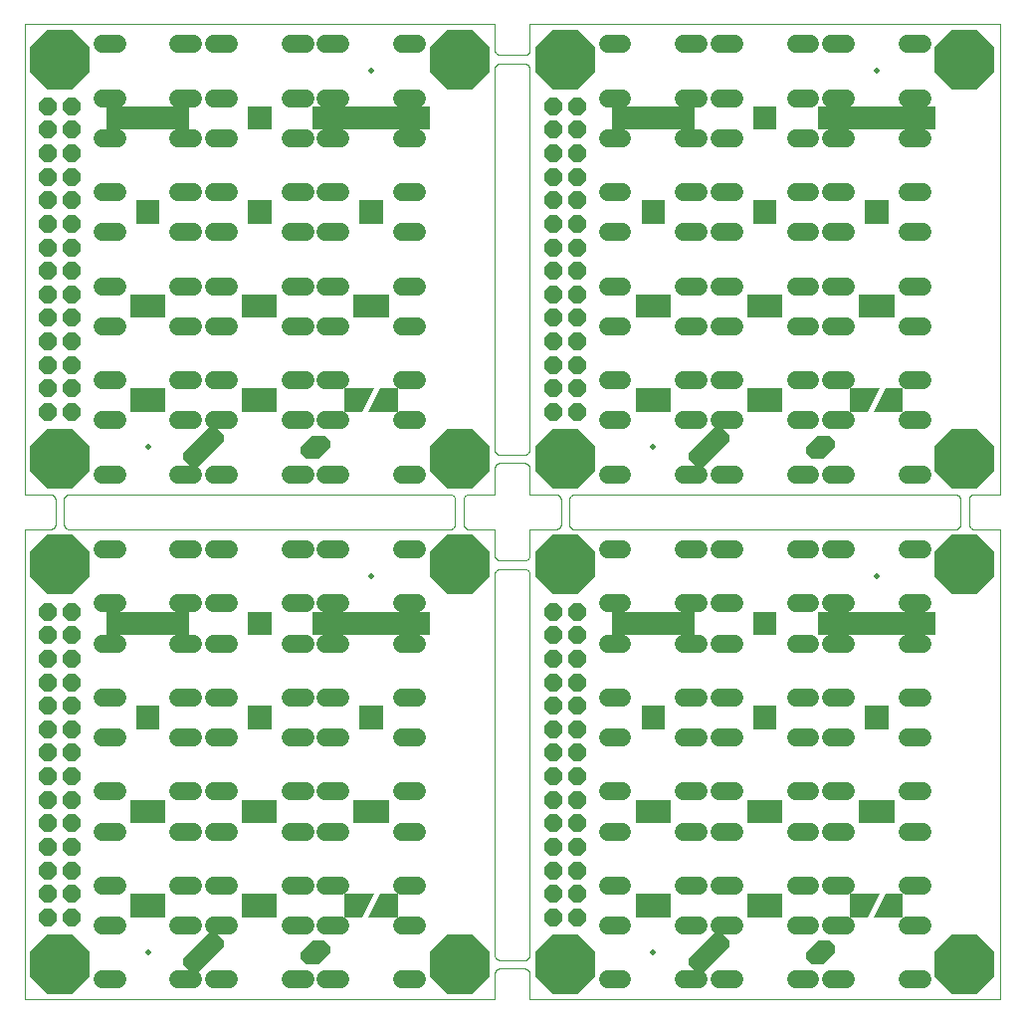
<source format=gts>
G04 EAGLE Gerber RS-274X export*
G75*
%MOMM*%
%FSLAX34Y34*%
%LPD*%
%AMOC8*
5,1,8,0,0,1.08239X$1,22.5*%
G01*
%ADD10C,0.000000*%
%ADD11C,1.540000*%
%ADD12C,0.500000*%
%ADD13P,1.558642X8X112.500000*%
%ADD14P,5.563485X8X22.500000*%

G36*
X775005Y739999D02*
X775005Y739999D01*
X775005Y740000D01*
X775005Y760000D01*
X775001Y760005D01*
X775000Y760005D01*
X675000Y760005D01*
X674995Y760001D01*
X674995Y760000D01*
X674995Y740000D01*
X674999Y739995D01*
X675000Y739995D01*
X775000Y739995D01*
X775005Y739999D01*
G37*
G36*
X345005Y739999D02*
X345005Y739999D01*
X345005Y740000D01*
X345005Y760000D01*
X345001Y760005D01*
X345000Y760005D01*
X245000Y760005D01*
X244995Y760001D01*
X244995Y760000D01*
X244995Y740000D01*
X244999Y739995D01*
X245000Y739995D01*
X345000Y739995D01*
X345005Y739999D01*
G37*
G36*
X345005Y309999D02*
X345005Y309999D01*
X345005Y310000D01*
X345005Y330000D01*
X345001Y330005D01*
X345000Y330005D01*
X245000Y330005D01*
X244995Y330001D01*
X244995Y330000D01*
X244995Y310000D01*
X244999Y309995D01*
X245000Y309995D01*
X345000Y309995D01*
X345005Y309999D01*
G37*
G36*
X775005Y309999D02*
X775005Y309999D01*
X775005Y310000D01*
X775005Y330000D01*
X775001Y330005D01*
X775000Y330005D01*
X675000Y330005D01*
X674995Y330001D01*
X674995Y330000D01*
X674995Y310000D01*
X674999Y309995D01*
X675000Y309995D01*
X775000Y309995D01*
X775005Y309999D01*
G37*
G36*
X570005Y739999D02*
X570005Y739999D01*
X570005Y740000D01*
X570005Y760000D01*
X570001Y760005D01*
X570000Y760005D01*
X500000Y760005D01*
X499995Y760001D01*
X499995Y760000D01*
X499995Y740000D01*
X499999Y739995D01*
X500000Y739995D01*
X570000Y739995D01*
X570005Y739999D01*
G37*
G36*
X570005Y309999D02*
X570005Y309999D01*
X570005Y310000D01*
X570005Y330000D01*
X570001Y330005D01*
X570000Y330005D01*
X500000Y330005D01*
X499995Y330001D01*
X499995Y330000D01*
X499995Y310000D01*
X499999Y309995D01*
X500000Y309995D01*
X570000Y309995D01*
X570005Y309999D01*
G37*
G36*
X140005Y739999D02*
X140005Y739999D01*
X140005Y740000D01*
X140005Y760000D01*
X140001Y760005D01*
X140000Y760005D01*
X70000Y760005D01*
X69995Y760001D01*
X69995Y760000D01*
X69995Y740000D01*
X69999Y739995D01*
X70000Y739995D01*
X140000Y739995D01*
X140005Y739999D01*
G37*
G36*
X140005Y309999D02*
X140005Y309999D01*
X140005Y310000D01*
X140005Y330000D01*
X140001Y330005D01*
X140000Y330005D01*
X70000Y330005D01*
X69995Y330001D01*
X69995Y330000D01*
X69995Y310000D01*
X69999Y309995D01*
X70000Y309995D01*
X140000Y309995D01*
X140005Y309999D01*
G37*
G36*
X147002Y21997D02*
X147002Y21997D01*
X147004Y21996D01*
X170004Y44996D01*
X170004Y44999D01*
X170005Y45000D01*
X170005Y50000D01*
X170003Y50002D01*
X170004Y50004D01*
X162004Y58004D01*
X162001Y58004D01*
X162000Y58005D01*
X158000Y58005D01*
X157998Y58003D01*
X157996Y58004D01*
X134996Y35004D01*
X134996Y35001D01*
X134995Y35000D01*
X134995Y30000D01*
X134997Y29998D01*
X134996Y29996D01*
X142996Y21996D01*
X142999Y21996D01*
X143000Y21995D01*
X147000Y21995D01*
X147002Y21997D01*
G37*
G36*
X577002Y21997D02*
X577002Y21997D01*
X577004Y21996D01*
X600004Y44996D01*
X600004Y44999D01*
X600005Y45000D01*
X600005Y50000D01*
X600003Y50002D01*
X600004Y50004D01*
X592004Y58004D01*
X592001Y58004D01*
X592000Y58005D01*
X588000Y58005D01*
X587998Y58003D01*
X587996Y58004D01*
X564996Y35004D01*
X564996Y35001D01*
X564995Y35000D01*
X564995Y30000D01*
X564997Y29998D01*
X564996Y29996D01*
X572996Y21996D01*
X572999Y21996D01*
X573000Y21995D01*
X577000Y21995D01*
X577002Y21997D01*
G37*
G36*
X147002Y451997D02*
X147002Y451997D01*
X147004Y451996D01*
X170004Y474996D01*
X170004Y474999D01*
X170005Y475000D01*
X170005Y480000D01*
X170003Y480002D01*
X170004Y480004D01*
X162004Y488004D01*
X162001Y488004D01*
X162000Y488005D01*
X158000Y488005D01*
X157998Y488003D01*
X157996Y488004D01*
X134996Y465004D01*
X134996Y465001D01*
X134995Y465000D01*
X134995Y460000D01*
X134997Y459998D01*
X134996Y459996D01*
X142996Y451996D01*
X142999Y451996D01*
X143000Y451995D01*
X147000Y451995D01*
X147002Y451997D01*
G37*
G36*
X577002Y451997D02*
X577002Y451997D01*
X577004Y451996D01*
X600004Y474996D01*
X600004Y474999D01*
X600005Y475000D01*
X600005Y480000D01*
X600003Y480002D01*
X600004Y480004D01*
X592004Y488004D01*
X592001Y488004D01*
X592000Y488005D01*
X588000Y488005D01*
X587998Y488003D01*
X587996Y488004D01*
X564996Y465004D01*
X564996Y465001D01*
X564995Y465000D01*
X564995Y460000D01*
X564997Y459998D01*
X564996Y459996D01*
X572996Y451996D01*
X572999Y451996D01*
X573000Y451995D01*
X577000Y451995D01*
X577002Y451997D01*
G37*
G36*
X550005Y499999D02*
X550005Y499999D01*
X550005Y500000D01*
X550005Y520000D01*
X550001Y520005D01*
X550000Y520005D01*
X520000Y520005D01*
X519995Y520001D01*
X519995Y520000D01*
X519995Y500000D01*
X519999Y499995D01*
X520000Y499995D01*
X550000Y499995D01*
X550005Y499999D01*
G37*
G36*
X550005Y579999D02*
X550005Y579999D01*
X550005Y580000D01*
X550005Y600000D01*
X550001Y600005D01*
X550000Y600005D01*
X520000Y600005D01*
X519995Y600001D01*
X519995Y600000D01*
X519995Y580000D01*
X519999Y579995D01*
X520000Y579995D01*
X550000Y579995D01*
X550005Y579999D01*
G37*
G36*
X120005Y579999D02*
X120005Y579999D01*
X120005Y580000D01*
X120005Y600000D01*
X120001Y600005D01*
X120000Y600005D01*
X90000Y600005D01*
X89995Y600001D01*
X89995Y600000D01*
X89995Y580000D01*
X89999Y579995D01*
X90000Y579995D01*
X120000Y579995D01*
X120005Y579999D01*
G37*
G36*
X645005Y579999D02*
X645005Y579999D01*
X645005Y580000D01*
X645005Y600000D01*
X645001Y600005D01*
X645000Y600005D01*
X615000Y600005D01*
X614995Y600001D01*
X614995Y600000D01*
X614995Y580000D01*
X614999Y579995D01*
X615000Y579995D01*
X645000Y579995D01*
X645005Y579999D01*
G37*
G36*
X740005Y579999D02*
X740005Y579999D01*
X740005Y580000D01*
X740005Y600000D01*
X740001Y600005D01*
X740000Y600005D01*
X710000Y600005D01*
X709995Y600001D01*
X709995Y600000D01*
X709995Y580000D01*
X709999Y579995D01*
X710000Y579995D01*
X740000Y579995D01*
X740005Y579999D01*
G37*
G36*
X310005Y579999D02*
X310005Y579999D01*
X310005Y580000D01*
X310005Y600000D01*
X310001Y600005D01*
X310000Y600005D01*
X280000Y600005D01*
X279995Y600001D01*
X279995Y600000D01*
X279995Y580000D01*
X279999Y579995D01*
X280000Y579995D01*
X310000Y579995D01*
X310005Y579999D01*
G37*
G36*
X120005Y499999D02*
X120005Y499999D01*
X120005Y500000D01*
X120005Y520000D01*
X120001Y520005D01*
X120000Y520005D01*
X90000Y520005D01*
X89995Y520001D01*
X89995Y520000D01*
X89995Y500000D01*
X89999Y499995D01*
X90000Y499995D01*
X120000Y499995D01*
X120005Y499999D01*
G37*
G36*
X645005Y499999D02*
X645005Y499999D01*
X645005Y500000D01*
X645005Y520000D01*
X645001Y520005D01*
X645000Y520005D01*
X615000Y520005D01*
X614995Y520001D01*
X614995Y520000D01*
X614995Y500000D01*
X614999Y499995D01*
X615000Y499995D01*
X645000Y499995D01*
X645005Y499999D01*
G37*
G36*
X215005Y579999D02*
X215005Y579999D01*
X215005Y580000D01*
X215005Y600000D01*
X215001Y600005D01*
X215000Y600005D01*
X185000Y600005D01*
X184995Y600001D01*
X184995Y600000D01*
X184995Y580000D01*
X184999Y579995D01*
X185000Y579995D01*
X215000Y579995D01*
X215005Y579999D01*
G37*
G36*
X740005Y149999D02*
X740005Y149999D01*
X740005Y150000D01*
X740005Y170000D01*
X740001Y170005D01*
X740000Y170005D01*
X710000Y170005D01*
X709995Y170001D01*
X709995Y170000D01*
X709995Y150000D01*
X709999Y149995D01*
X710000Y149995D01*
X740000Y149995D01*
X740005Y149999D01*
G37*
G36*
X120005Y149999D02*
X120005Y149999D01*
X120005Y150000D01*
X120005Y170000D01*
X120001Y170005D01*
X120000Y170005D01*
X90000Y170005D01*
X89995Y170001D01*
X89995Y170000D01*
X89995Y150000D01*
X89999Y149995D01*
X90000Y149995D01*
X120000Y149995D01*
X120005Y149999D01*
G37*
G36*
X310005Y149999D02*
X310005Y149999D01*
X310005Y150000D01*
X310005Y170000D01*
X310001Y170005D01*
X310000Y170005D01*
X280000Y170005D01*
X279995Y170001D01*
X279995Y170000D01*
X279995Y150000D01*
X279999Y149995D01*
X280000Y149995D01*
X310000Y149995D01*
X310005Y149999D01*
G37*
G36*
X215005Y149999D02*
X215005Y149999D01*
X215005Y150000D01*
X215005Y170000D01*
X215001Y170005D01*
X215000Y170005D01*
X185000Y170005D01*
X184995Y170001D01*
X184995Y170000D01*
X184995Y150000D01*
X184999Y149995D01*
X185000Y149995D01*
X215000Y149995D01*
X215005Y149999D01*
G37*
G36*
X645005Y149999D02*
X645005Y149999D01*
X645005Y150000D01*
X645005Y170000D01*
X645001Y170005D01*
X645000Y170005D01*
X615000Y170005D01*
X614995Y170001D01*
X614995Y170000D01*
X614995Y150000D01*
X614999Y149995D01*
X615000Y149995D01*
X645000Y149995D01*
X645005Y149999D01*
G37*
G36*
X550005Y149999D02*
X550005Y149999D01*
X550005Y150000D01*
X550005Y170000D01*
X550001Y170005D01*
X550000Y170005D01*
X520000Y170005D01*
X519995Y170001D01*
X519995Y170000D01*
X519995Y150000D01*
X519999Y149995D01*
X520000Y149995D01*
X550000Y149995D01*
X550005Y149999D01*
G37*
G36*
X120005Y69999D02*
X120005Y69999D01*
X120005Y70000D01*
X120005Y90000D01*
X120001Y90005D01*
X120000Y90005D01*
X90000Y90005D01*
X89995Y90001D01*
X89995Y90000D01*
X89995Y70000D01*
X89999Y69995D01*
X90000Y69995D01*
X120000Y69995D01*
X120005Y69999D01*
G37*
G36*
X550005Y69999D02*
X550005Y69999D01*
X550005Y70000D01*
X550005Y90000D01*
X550001Y90005D01*
X550000Y90005D01*
X520000Y90005D01*
X519995Y90001D01*
X519995Y90000D01*
X519995Y70000D01*
X519999Y69995D01*
X520000Y69995D01*
X550000Y69995D01*
X550005Y69999D01*
G37*
G36*
X215005Y69999D02*
X215005Y69999D01*
X215005Y70000D01*
X215005Y90000D01*
X215001Y90005D01*
X215000Y90005D01*
X185000Y90005D01*
X184995Y90001D01*
X184995Y90000D01*
X184995Y70000D01*
X184999Y69995D01*
X185000Y69995D01*
X215000Y69995D01*
X215005Y69999D01*
G37*
G36*
X645005Y69999D02*
X645005Y69999D01*
X645005Y70000D01*
X645005Y90000D01*
X645001Y90005D01*
X645000Y90005D01*
X615000Y90005D01*
X614995Y90001D01*
X614995Y90000D01*
X614995Y70000D01*
X614999Y69995D01*
X615000Y69995D01*
X645000Y69995D01*
X645005Y69999D01*
G37*
G36*
X215005Y499999D02*
X215005Y499999D01*
X215005Y500000D01*
X215005Y520000D01*
X215001Y520005D01*
X215000Y520005D01*
X185000Y520005D01*
X184995Y520001D01*
X184995Y520000D01*
X184995Y500000D01*
X184999Y499995D01*
X185000Y499995D01*
X215000Y499995D01*
X215005Y499999D01*
G37*
G36*
X317505Y69999D02*
X317505Y69999D01*
X317505Y70000D01*
X317505Y90000D01*
X317501Y90005D01*
X317500Y90005D01*
X302500Y90005D01*
X302497Y90003D01*
X302496Y90002D01*
X292496Y70002D01*
X292496Y70001D01*
X292495Y70001D01*
X292496Y69999D01*
X292497Y69996D01*
X292499Y69996D01*
X292500Y69995D01*
X317500Y69995D01*
X317505Y69999D01*
G37*
G36*
X747505Y69999D02*
X747505Y69999D01*
X747505Y70000D01*
X747505Y90000D01*
X747501Y90005D01*
X747500Y90005D01*
X732500Y90005D01*
X732497Y90003D01*
X732496Y90002D01*
X722496Y70002D01*
X722496Y70001D01*
X722495Y70001D01*
X722496Y69999D01*
X722497Y69996D01*
X722499Y69996D01*
X722500Y69995D01*
X747500Y69995D01*
X747505Y69999D01*
G37*
G36*
X747505Y499999D02*
X747505Y499999D01*
X747505Y500000D01*
X747505Y520000D01*
X747501Y520005D01*
X747500Y520005D01*
X732500Y520005D01*
X732497Y520003D01*
X732496Y520002D01*
X722496Y500002D01*
X722496Y500001D01*
X722495Y500001D01*
X722496Y499999D01*
X722497Y499996D01*
X722499Y499996D01*
X722500Y499995D01*
X747500Y499995D01*
X747505Y499999D01*
G37*
G36*
X317505Y499999D02*
X317505Y499999D01*
X317505Y500000D01*
X317505Y520000D01*
X317501Y520005D01*
X317500Y520005D01*
X302500Y520005D01*
X302497Y520003D01*
X302496Y520002D01*
X292496Y500002D01*
X292496Y500001D01*
X292495Y500001D01*
X292496Y499999D01*
X292497Y499996D01*
X292499Y499996D01*
X292500Y499995D01*
X317500Y499995D01*
X317505Y499999D01*
G37*
G36*
X287503Y69997D02*
X287503Y69997D01*
X287504Y69998D01*
X297504Y89998D01*
X297505Y89999D01*
X297504Y89999D01*
X297505Y89999D01*
X297504Y90001D01*
X297503Y90004D01*
X297501Y90004D01*
X297500Y90005D01*
X272500Y90005D01*
X272495Y90001D01*
X272495Y90000D01*
X272495Y70000D01*
X272499Y69995D01*
X272500Y69995D01*
X287500Y69995D01*
X287503Y69997D01*
G37*
G36*
X287503Y499997D02*
X287503Y499997D01*
X287504Y499998D01*
X297504Y519998D01*
X297505Y519999D01*
X297504Y519999D01*
X297505Y519999D01*
X297504Y520001D01*
X297503Y520004D01*
X297501Y520004D01*
X297500Y520005D01*
X272500Y520005D01*
X272495Y520001D01*
X272495Y520000D01*
X272495Y500000D01*
X272499Y499995D01*
X272500Y499995D01*
X287500Y499995D01*
X287503Y499997D01*
G37*
G36*
X717503Y69997D02*
X717503Y69997D01*
X717504Y69998D01*
X727504Y89998D01*
X727505Y89999D01*
X727504Y89999D01*
X727505Y89999D01*
X727504Y90001D01*
X727503Y90004D01*
X727501Y90004D01*
X727500Y90005D01*
X702500Y90005D01*
X702495Y90001D01*
X702495Y90000D01*
X702495Y70000D01*
X702499Y69995D01*
X702500Y69995D01*
X717500Y69995D01*
X717503Y69997D01*
G37*
G36*
X717503Y499997D02*
X717503Y499997D01*
X717504Y499998D01*
X727504Y519998D01*
X727505Y519999D01*
X727504Y519999D01*
X727505Y519999D01*
X727504Y520001D01*
X727503Y520004D01*
X727501Y520004D01*
X727500Y520005D01*
X702500Y520005D01*
X702495Y520001D01*
X702495Y520000D01*
X702495Y500000D01*
X702499Y499995D01*
X702500Y499995D01*
X717500Y499995D01*
X717503Y499997D01*
G37*
G36*
X735005Y659999D02*
X735005Y659999D01*
X735005Y660000D01*
X735005Y680000D01*
X735001Y680005D01*
X735000Y680005D01*
X715000Y680005D01*
X714995Y680001D01*
X714995Y680000D01*
X714995Y660000D01*
X714999Y659995D01*
X715000Y659995D01*
X735000Y659995D01*
X735005Y659999D01*
G37*
G36*
X115005Y659999D02*
X115005Y659999D01*
X115005Y660000D01*
X115005Y680000D01*
X115001Y680005D01*
X115000Y680005D01*
X95000Y680005D01*
X94995Y680001D01*
X94995Y680000D01*
X94995Y660000D01*
X94999Y659995D01*
X95000Y659995D01*
X115000Y659995D01*
X115005Y659999D01*
G37*
G36*
X305005Y659999D02*
X305005Y659999D01*
X305005Y660000D01*
X305005Y680000D01*
X305001Y680005D01*
X305000Y680005D01*
X285000Y680005D01*
X284995Y680001D01*
X284995Y680000D01*
X284995Y660000D01*
X284999Y659995D01*
X285000Y659995D01*
X305000Y659995D01*
X305005Y659999D01*
G37*
G36*
X640005Y659999D02*
X640005Y659999D01*
X640005Y660000D01*
X640005Y680000D01*
X640001Y680005D01*
X640000Y680005D01*
X620000Y680005D01*
X619995Y680001D01*
X619995Y680000D01*
X619995Y660000D01*
X619999Y659995D01*
X620000Y659995D01*
X640000Y659995D01*
X640005Y659999D01*
G37*
G36*
X545005Y659999D02*
X545005Y659999D01*
X545005Y660000D01*
X545005Y680000D01*
X545001Y680005D01*
X545000Y680005D01*
X525000Y680005D01*
X524995Y680001D01*
X524995Y680000D01*
X524995Y660000D01*
X524999Y659995D01*
X525000Y659995D01*
X545000Y659995D01*
X545005Y659999D01*
G37*
G36*
X640005Y739999D02*
X640005Y739999D01*
X640005Y740000D01*
X640005Y760000D01*
X640001Y760005D01*
X640000Y760005D01*
X620000Y760005D01*
X619995Y760001D01*
X619995Y760000D01*
X619995Y740000D01*
X619999Y739995D01*
X620000Y739995D01*
X640000Y739995D01*
X640005Y739999D01*
G37*
G36*
X210005Y309999D02*
X210005Y309999D01*
X210005Y310000D01*
X210005Y330000D01*
X210001Y330005D01*
X210000Y330005D01*
X190000Y330005D01*
X189995Y330001D01*
X189995Y330000D01*
X189995Y310000D01*
X189999Y309995D01*
X190000Y309995D01*
X210000Y309995D01*
X210005Y309999D01*
G37*
G36*
X210005Y739999D02*
X210005Y739999D01*
X210005Y740000D01*
X210005Y760000D01*
X210001Y760005D01*
X210000Y760005D01*
X190000Y760005D01*
X189995Y760001D01*
X189995Y760000D01*
X189995Y740000D01*
X189999Y739995D01*
X190000Y739995D01*
X210000Y739995D01*
X210005Y739999D01*
G37*
G36*
X210005Y659999D02*
X210005Y659999D01*
X210005Y660000D01*
X210005Y680000D01*
X210001Y680005D01*
X210000Y680005D01*
X190000Y680005D01*
X189995Y680001D01*
X189995Y680000D01*
X189995Y660000D01*
X189999Y659995D01*
X190000Y659995D01*
X210000Y659995D01*
X210005Y659999D01*
G37*
G36*
X115005Y229999D02*
X115005Y229999D01*
X115005Y230000D01*
X115005Y250000D01*
X115001Y250005D01*
X115000Y250005D01*
X95000Y250005D01*
X94995Y250001D01*
X94995Y250000D01*
X94995Y230000D01*
X94999Y229995D01*
X95000Y229995D01*
X115000Y229995D01*
X115005Y229999D01*
G37*
G36*
X640005Y309999D02*
X640005Y309999D01*
X640005Y310000D01*
X640005Y330000D01*
X640001Y330005D01*
X640000Y330005D01*
X620000Y330005D01*
X619995Y330001D01*
X619995Y330000D01*
X619995Y310000D01*
X619999Y309995D01*
X620000Y309995D01*
X640000Y309995D01*
X640005Y309999D01*
G37*
G36*
X545005Y229999D02*
X545005Y229999D01*
X545005Y230000D01*
X545005Y250000D01*
X545001Y250005D01*
X545000Y250005D01*
X525000Y250005D01*
X524995Y250001D01*
X524995Y250000D01*
X524995Y230000D01*
X524999Y229995D01*
X525000Y229995D01*
X545000Y229995D01*
X545005Y229999D01*
G37*
G36*
X210005Y229999D02*
X210005Y229999D01*
X210005Y230000D01*
X210005Y250000D01*
X210001Y250005D01*
X210000Y250005D01*
X190000Y250005D01*
X189995Y250001D01*
X189995Y250000D01*
X189995Y230000D01*
X189999Y229995D01*
X190000Y229995D01*
X210000Y229995D01*
X210005Y229999D01*
G37*
G36*
X640005Y229999D02*
X640005Y229999D01*
X640005Y230000D01*
X640005Y250000D01*
X640001Y250005D01*
X640000Y250005D01*
X620000Y250005D01*
X619995Y250001D01*
X619995Y250000D01*
X619995Y230000D01*
X619999Y229995D01*
X620000Y229995D01*
X640000Y229995D01*
X640005Y229999D01*
G37*
G36*
X735005Y229999D02*
X735005Y229999D01*
X735005Y230000D01*
X735005Y250000D01*
X735001Y250005D01*
X735000Y250005D01*
X715000Y250005D01*
X714995Y250001D01*
X714995Y250000D01*
X714995Y230000D01*
X714999Y229995D01*
X715000Y229995D01*
X735000Y229995D01*
X735005Y229999D01*
G37*
G36*
X305005Y229999D02*
X305005Y229999D01*
X305005Y230000D01*
X305005Y250000D01*
X305001Y250005D01*
X305000Y250005D01*
X285000Y250005D01*
X284995Y250001D01*
X284995Y250000D01*
X284995Y230000D01*
X284999Y229995D01*
X285000Y229995D01*
X305000Y229995D01*
X305005Y229999D01*
G37*
G36*
X680002Y459997D02*
X680002Y459997D01*
X680004Y459996D01*
X690004Y469996D01*
X690004Y469999D01*
X690005Y470000D01*
X690005Y475000D01*
X690003Y475002D01*
X690004Y475004D01*
X685004Y480004D01*
X685001Y480004D01*
X685000Y480005D01*
X675000Y480005D01*
X674998Y480003D01*
X674996Y480004D01*
X664996Y470004D01*
X664996Y470001D01*
X664995Y470000D01*
X664995Y465000D01*
X664997Y464998D01*
X664996Y464996D01*
X669996Y459996D01*
X669999Y459996D01*
X670000Y459995D01*
X680000Y459995D01*
X680002Y459997D01*
G37*
G36*
X250002Y459997D02*
X250002Y459997D01*
X250004Y459996D01*
X260004Y469996D01*
X260004Y469999D01*
X260005Y470000D01*
X260005Y475000D01*
X260003Y475002D01*
X260004Y475004D01*
X255004Y480004D01*
X255001Y480004D01*
X255000Y480005D01*
X245000Y480005D01*
X244998Y480003D01*
X244996Y480004D01*
X234996Y470004D01*
X234996Y470001D01*
X234995Y470000D01*
X234995Y465000D01*
X234997Y464998D01*
X234996Y464996D01*
X239996Y459996D01*
X239999Y459996D01*
X240000Y459995D01*
X250000Y459995D01*
X250002Y459997D01*
G37*
G36*
X250002Y29997D02*
X250002Y29997D01*
X250004Y29996D01*
X260004Y39996D01*
X260004Y39999D01*
X260005Y40000D01*
X260005Y45000D01*
X260003Y45002D01*
X260004Y45004D01*
X255004Y50004D01*
X255001Y50004D01*
X255000Y50005D01*
X245000Y50005D01*
X244998Y50003D01*
X244996Y50004D01*
X234996Y40004D01*
X234996Y40001D01*
X234995Y40000D01*
X234995Y35000D01*
X234997Y34998D01*
X234996Y34996D01*
X239996Y29996D01*
X239999Y29996D01*
X240000Y29995D01*
X250000Y29995D01*
X250002Y29997D01*
G37*
G36*
X680002Y29997D02*
X680002Y29997D01*
X680004Y29996D01*
X690004Y39996D01*
X690004Y39999D01*
X690005Y40000D01*
X690005Y45000D01*
X690003Y45002D01*
X690004Y45004D01*
X685004Y50004D01*
X685001Y50004D01*
X685000Y50005D01*
X675000Y50005D01*
X674998Y50003D01*
X674996Y50004D01*
X664996Y40004D01*
X664996Y40001D01*
X664995Y40000D01*
X664995Y35000D01*
X664997Y34998D01*
X664996Y34996D01*
X669996Y29996D01*
X669999Y29996D01*
X670000Y29995D01*
X680000Y29995D01*
X680002Y29997D01*
G37*
D10*
X430000Y0D02*
X830000Y0D01*
X830000Y400000D01*
X808500Y400000D01*
X791500Y400000D02*
X468500Y400000D01*
X451500Y400000D02*
X430000Y400000D01*
X430000Y378500D01*
X430000Y361500D02*
X430000Y38500D01*
X430000Y21500D02*
X430000Y0D01*
X400000Y0D02*
X0Y0D01*
X400000Y0D02*
X400000Y21500D01*
X400000Y38500D02*
X400000Y361500D01*
X400000Y378500D02*
X400000Y400000D01*
X378500Y400000D01*
X361500Y400000D02*
X38500Y400000D01*
X21500Y400000D02*
X0Y400000D01*
X0Y0D01*
X425000Y366500D02*
X425140Y366498D01*
X425280Y366492D01*
X425420Y366482D01*
X425560Y366469D01*
X425699Y366451D01*
X425838Y366429D01*
X425975Y366404D01*
X426113Y366375D01*
X426249Y366342D01*
X426384Y366305D01*
X426518Y366264D01*
X426651Y366219D01*
X426783Y366171D01*
X426913Y366119D01*
X427042Y366064D01*
X427169Y366005D01*
X427295Y365942D01*
X427419Y365876D01*
X427540Y365807D01*
X427660Y365734D01*
X427778Y365657D01*
X427893Y365578D01*
X428007Y365495D01*
X428117Y365409D01*
X428226Y365320D01*
X428332Y365228D01*
X428435Y365133D01*
X428536Y365036D01*
X428633Y364935D01*
X428728Y364832D01*
X428820Y364726D01*
X428909Y364617D01*
X428995Y364507D01*
X429078Y364393D01*
X429157Y364278D01*
X429234Y364160D01*
X429307Y364040D01*
X429376Y363919D01*
X429442Y363795D01*
X429505Y363669D01*
X429564Y363542D01*
X429619Y363413D01*
X429671Y363283D01*
X429719Y363151D01*
X429764Y363018D01*
X429805Y362884D01*
X429842Y362749D01*
X429875Y362613D01*
X429904Y362475D01*
X429929Y362338D01*
X429951Y362199D01*
X429969Y362060D01*
X429982Y361920D01*
X429992Y361780D01*
X429998Y361640D01*
X430000Y361500D01*
X425000Y373500D02*
X425140Y373502D01*
X425280Y373508D01*
X425420Y373518D01*
X425560Y373531D01*
X425699Y373549D01*
X425838Y373571D01*
X425975Y373596D01*
X426113Y373625D01*
X426249Y373658D01*
X426384Y373695D01*
X426518Y373736D01*
X426651Y373781D01*
X426783Y373829D01*
X426913Y373881D01*
X427042Y373936D01*
X427169Y373995D01*
X427295Y374058D01*
X427419Y374124D01*
X427540Y374193D01*
X427660Y374266D01*
X427778Y374343D01*
X427893Y374422D01*
X428007Y374505D01*
X428117Y374591D01*
X428226Y374680D01*
X428332Y374772D01*
X428435Y374867D01*
X428536Y374964D01*
X428633Y375065D01*
X428728Y375168D01*
X428820Y375274D01*
X428909Y375383D01*
X428995Y375493D01*
X429078Y375607D01*
X429157Y375722D01*
X429234Y375840D01*
X429307Y375960D01*
X429376Y376081D01*
X429442Y376205D01*
X429505Y376331D01*
X429564Y376458D01*
X429619Y376587D01*
X429671Y376717D01*
X429719Y376849D01*
X429764Y376982D01*
X429805Y377116D01*
X429842Y377251D01*
X429875Y377387D01*
X429904Y377525D01*
X429929Y377662D01*
X429951Y377801D01*
X429969Y377940D01*
X429982Y378080D01*
X429992Y378220D01*
X429998Y378360D01*
X430000Y378500D01*
X425000Y366500D02*
X405000Y366500D01*
X425000Y26500D02*
X425140Y26498D01*
X425280Y26492D01*
X425420Y26482D01*
X425560Y26469D01*
X425699Y26451D01*
X425838Y26429D01*
X425975Y26404D01*
X426113Y26375D01*
X426249Y26342D01*
X426384Y26305D01*
X426518Y26264D01*
X426651Y26219D01*
X426783Y26171D01*
X426913Y26119D01*
X427042Y26064D01*
X427169Y26005D01*
X427295Y25942D01*
X427419Y25876D01*
X427540Y25807D01*
X427660Y25734D01*
X427778Y25657D01*
X427893Y25578D01*
X428007Y25495D01*
X428117Y25409D01*
X428226Y25320D01*
X428332Y25228D01*
X428435Y25133D01*
X428536Y25036D01*
X428633Y24935D01*
X428728Y24832D01*
X428820Y24726D01*
X428909Y24617D01*
X428995Y24507D01*
X429078Y24393D01*
X429157Y24278D01*
X429234Y24160D01*
X429307Y24040D01*
X429376Y23919D01*
X429442Y23795D01*
X429505Y23669D01*
X429564Y23542D01*
X429619Y23413D01*
X429671Y23283D01*
X429719Y23151D01*
X429764Y23018D01*
X429805Y22884D01*
X429842Y22749D01*
X429875Y22613D01*
X429904Y22475D01*
X429929Y22338D01*
X429951Y22199D01*
X429969Y22060D01*
X429982Y21920D01*
X429992Y21780D01*
X429998Y21640D01*
X430000Y21500D01*
X425000Y33500D02*
X425140Y33502D01*
X425280Y33508D01*
X425420Y33518D01*
X425560Y33531D01*
X425699Y33549D01*
X425838Y33571D01*
X425975Y33596D01*
X426113Y33625D01*
X426249Y33658D01*
X426384Y33695D01*
X426518Y33736D01*
X426651Y33781D01*
X426783Y33829D01*
X426913Y33881D01*
X427042Y33936D01*
X427169Y33995D01*
X427295Y34058D01*
X427419Y34124D01*
X427540Y34193D01*
X427660Y34266D01*
X427778Y34343D01*
X427893Y34422D01*
X428007Y34505D01*
X428117Y34591D01*
X428226Y34680D01*
X428332Y34772D01*
X428435Y34867D01*
X428536Y34964D01*
X428633Y35065D01*
X428728Y35168D01*
X428820Y35274D01*
X428909Y35383D01*
X428995Y35493D01*
X429078Y35607D01*
X429157Y35722D01*
X429234Y35840D01*
X429307Y35960D01*
X429376Y36081D01*
X429442Y36205D01*
X429505Y36331D01*
X429564Y36458D01*
X429619Y36587D01*
X429671Y36717D01*
X429719Y36849D01*
X429764Y36982D01*
X429805Y37116D01*
X429842Y37251D01*
X429875Y37387D01*
X429904Y37525D01*
X429929Y37662D01*
X429951Y37801D01*
X429969Y37940D01*
X429982Y38080D01*
X429992Y38220D01*
X429998Y38360D01*
X430000Y38500D01*
X425000Y26500D02*
X405000Y26500D01*
X405000Y33500D02*
X404860Y33502D01*
X404720Y33508D01*
X404580Y33518D01*
X404440Y33531D01*
X404301Y33549D01*
X404162Y33571D01*
X404025Y33596D01*
X403887Y33625D01*
X403751Y33658D01*
X403616Y33695D01*
X403482Y33736D01*
X403349Y33781D01*
X403217Y33829D01*
X403087Y33881D01*
X402958Y33936D01*
X402831Y33995D01*
X402705Y34058D01*
X402581Y34124D01*
X402460Y34193D01*
X402340Y34266D01*
X402222Y34343D01*
X402107Y34422D01*
X401993Y34505D01*
X401883Y34591D01*
X401774Y34680D01*
X401668Y34772D01*
X401565Y34867D01*
X401464Y34964D01*
X401367Y35065D01*
X401272Y35168D01*
X401180Y35274D01*
X401091Y35383D01*
X401005Y35493D01*
X400922Y35607D01*
X400843Y35722D01*
X400766Y35840D01*
X400693Y35960D01*
X400624Y36081D01*
X400558Y36205D01*
X400495Y36331D01*
X400436Y36458D01*
X400381Y36587D01*
X400329Y36717D01*
X400281Y36849D01*
X400236Y36982D01*
X400195Y37116D01*
X400158Y37251D01*
X400125Y37387D01*
X400096Y37525D01*
X400071Y37662D01*
X400049Y37801D01*
X400031Y37940D01*
X400018Y38080D01*
X400008Y38220D01*
X400002Y38360D01*
X400000Y38500D01*
X405000Y26500D02*
X404860Y26498D01*
X404720Y26492D01*
X404580Y26482D01*
X404440Y26469D01*
X404301Y26451D01*
X404162Y26429D01*
X404025Y26404D01*
X403887Y26375D01*
X403751Y26342D01*
X403616Y26305D01*
X403482Y26264D01*
X403349Y26219D01*
X403217Y26171D01*
X403087Y26119D01*
X402958Y26064D01*
X402831Y26005D01*
X402705Y25942D01*
X402581Y25876D01*
X402460Y25807D01*
X402340Y25734D01*
X402222Y25657D01*
X402107Y25578D01*
X401993Y25495D01*
X401883Y25409D01*
X401774Y25320D01*
X401668Y25228D01*
X401565Y25133D01*
X401464Y25036D01*
X401367Y24935D01*
X401272Y24832D01*
X401180Y24726D01*
X401091Y24617D01*
X401005Y24507D01*
X400922Y24393D01*
X400843Y24278D01*
X400766Y24160D01*
X400693Y24040D01*
X400624Y23919D01*
X400558Y23795D01*
X400495Y23669D01*
X400436Y23542D01*
X400381Y23413D01*
X400329Y23283D01*
X400281Y23151D01*
X400236Y23018D01*
X400195Y22884D01*
X400158Y22749D01*
X400125Y22613D01*
X400096Y22475D01*
X400071Y22338D01*
X400049Y22199D01*
X400031Y22060D01*
X400018Y21920D01*
X400008Y21780D01*
X400002Y21640D01*
X400000Y21500D01*
X405000Y33500D02*
X425000Y33500D01*
X405000Y373500D02*
X404860Y373502D01*
X404720Y373508D01*
X404580Y373518D01*
X404440Y373531D01*
X404301Y373549D01*
X404162Y373571D01*
X404025Y373596D01*
X403887Y373625D01*
X403751Y373658D01*
X403616Y373695D01*
X403482Y373736D01*
X403349Y373781D01*
X403217Y373829D01*
X403087Y373881D01*
X402958Y373936D01*
X402831Y373995D01*
X402705Y374058D01*
X402581Y374124D01*
X402460Y374193D01*
X402340Y374266D01*
X402222Y374343D01*
X402107Y374422D01*
X401993Y374505D01*
X401883Y374591D01*
X401774Y374680D01*
X401668Y374772D01*
X401565Y374867D01*
X401464Y374964D01*
X401367Y375065D01*
X401272Y375168D01*
X401180Y375274D01*
X401091Y375383D01*
X401005Y375493D01*
X400922Y375607D01*
X400843Y375722D01*
X400766Y375840D01*
X400693Y375960D01*
X400624Y376081D01*
X400558Y376205D01*
X400495Y376331D01*
X400436Y376458D01*
X400381Y376587D01*
X400329Y376717D01*
X400281Y376849D01*
X400236Y376982D01*
X400195Y377116D01*
X400158Y377251D01*
X400125Y377387D01*
X400096Y377525D01*
X400071Y377662D01*
X400049Y377801D01*
X400031Y377940D01*
X400018Y378080D01*
X400008Y378220D01*
X400002Y378360D01*
X400000Y378500D01*
X405000Y366500D02*
X404860Y366498D01*
X404720Y366492D01*
X404580Y366482D01*
X404440Y366469D01*
X404301Y366451D01*
X404162Y366429D01*
X404025Y366404D01*
X403887Y366375D01*
X403751Y366342D01*
X403616Y366305D01*
X403482Y366264D01*
X403349Y366219D01*
X403217Y366171D01*
X403087Y366119D01*
X402958Y366064D01*
X402831Y366005D01*
X402705Y365942D01*
X402581Y365876D01*
X402460Y365807D01*
X402340Y365734D01*
X402222Y365657D01*
X402107Y365578D01*
X401993Y365495D01*
X401883Y365409D01*
X401774Y365320D01*
X401668Y365228D01*
X401565Y365133D01*
X401464Y365036D01*
X401367Y364935D01*
X401272Y364832D01*
X401180Y364726D01*
X401091Y364617D01*
X401005Y364507D01*
X400922Y364393D01*
X400843Y364278D01*
X400766Y364160D01*
X400693Y364040D01*
X400624Y363919D01*
X400558Y363795D01*
X400495Y363669D01*
X400436Y363542D01*
X400381Y363413D01*
X400329Y363283D01*
X400281Y363151D01*
X400236Y363018D01*
X400195Y362884D01*
X400158Y362749D01*
X400125Y362613D01*
X400096Y362475D01*
X400071Y362338D01*
X400049Y362199D01*
X400031Y362060D01*
X400018Y361920D01*
X400008Y361780D01*
X400002Y361640D01*
X400000Y361500D01*
X405000Y373500D02*
X425000Y373500D01*
X26500Y405000D02*
X26498Y404860D01*
X26492Y404720D01*
X26482Y404580D01*
X26469Y404440D01*
X26451Y404301D01*
X26429Y404162D01*
X26404Y404025D01*
X26375Y403887D01*
X26342Y403751D01*
X26305Y403616D01*
X26264Y403482D01*
X26219Y403349D01*
X26171Y403217D01*
X26119Y403087D01*
X26064Y402958D01*
X26005Y402831D01*
X25942Y402705D01*
X25876Y402581D01*
X25807Y402460D01*
X25734Y402340D01*
X25657Y402222D01*
X25578Y402107D01*
X25495Y401993D01*
X25409Y401883D01*
X25320Y401774D01*
X25228Y401668D01*
X25133Y401565D01*
X25036Y401464D01*
X24935Y401367D01*
X24832Y401272D01*
X24726Y401180D01*
X24617Y401091D01*
X24507Y401005D01*
X24393Y400922D01*
X24278Y400843D01*
X24160Y400766D01*
X24040Y400693D01*
X23919Y400624D01*
X23795Y400558D01*
X23669Y400495D01*
X23542Y400436D01*
X23413Y400381D01*
X23283Y400329D01*
X23151Y400281D01*
X23018Y400236D01*
X22884Y400195D01*
X22749Y400158D01*
X22613Y400125D01*
X22475Y400096D01*
X22338Y400071D01*
X22199Y400049D01*
X22060Y400031D01*
X21920Y400018D01*
X21780Y400008D01*
X21640Y400002D01*
X21500Y400000D01*
X33500Y405000D02*
X33502Y404860D01*
X33508Y404720D01*
X33518Y404580D01*
X33531Y404440D01*
X33549Y404301D01*
X33571Y404162D01*
X33596Y404025D01*
X33625Y403887D01*
X33658Y403751D01*
X33695Y403616D01*
X33736Y403482D01*
X33781Y403349D01*
X33829Y403217D01*
X33881Y403087D01*
X33936Y402958D01*
X33995Y402831D01*
X34058Y402705D01*
X34124Y402581D01*
X34193Y402460D01*
X34266Y402340D01*
X34343Y402222D01*
X34422Y402107D01*
X34505Y401993D01*
X34591Y401883D01*
X34680Y401774D01*
X34772Y401668D01*
X34867Y401565D01*
X34964Y401464D01*
X35065Y401367D01*
X35168Y401272D01*
X35274Y401180D01*
X35383Y401091D01*
X35493Y401005D01*
X35607Y400922D01*
X35722Y400843D01*
X35840Y400766D01*
X35960Y400693D01*
X36081Y400624D01*
X36205Y400558D01*
X36331Y400495D01*
X36458Y400436D01*
X36587Y400381D01*
X36717Y400329D01*
X36849Y400281D01*
X36982Y400236D01*
X37116Y400195D01*
X37251Y400158D01*
X37387Y400125D01*
X37525Y400096D01*
X37662Y400071D01*
X37801Y400049D01*
X37940Y400031D01*
X38080Y400018D01*
X38220Y400008D01*
X38360Y400002D01*
X38500Y400000D01*
X361500Y400000D02*
X361640Y400002D01*
X361780Y400008D01*
X361920Y400018D01*
X362060Y400031D01*
X362199Y400049D01*
X362338Y400071D01*
X362475Y400096D01*
X362613Y400125D01*
X362749Y400158D01*
X362884Y400195D01*
X363018Y400236D01*
X363151Y400281D01*
X363283Y400329D01*
X363413Y400381D01*
X363542Y400436D01*
X363669Y400495D01*
X363795Y400558D01*
X363919Y400624D01*
X364040Y400693D01*
X364160Y400766D01*
X364278Y400843D01*
X364393Y400922D01*
X364507Y401005D01*
X364617Y401091D01*
X364726Y401180D01*
X364832Y401272D01*
X364935Y401367D01*
X365036Y401464D01*
X365133Y401565D01*
X365228Y401668D01*
X365320Y401774D01*
X365409Y401883D01*
X365495Y401993D01*
X365578Y402107D01*
X365657Y402222D01*
X365734Y402340D01*
X365807Y402460D01*
X365876Y402581D01*
X365942Y402705D01*
X366005Y402831D01*
X366064Y402958D01*
X366119Y403087D01*
X366171Y403217D01*
X366219Y403349D01*
X366264Y403482D01*
X366305Y403616D01*
X366342Y403751D01*
X366375Y403887D01*
X366404Y404025D01*
X366429Y404162D01*
X366451Y404301D01*
X366469Y404440D01*
X366482Y404580D01*
X366492Y404720D01*
X366498Y404860D01*
X366500Y405000D01*
X373500Y405000D02*
X373502Y404860D01*
X373508Y404720D01*
X373518Y404580D01*
X373531Y404440D01*
X373549Y404301D01*
X373571Y404162D01*
X373596Y404025D01*
X373625Y403887D01*
X373658Y403751D01*
X373695Y403616D01*
X373736Y403482D01*
X373781Y403349D01*
X373829Y403217D01*
X373881Y403087D01*
X373936Y402958D01*
X373995Y402831D01*
X374058Y402705D01*
X374124Y402581D01*
X374193Y402460D01*
X374266Y402340D01*
X374343Y402222D01*
X374422Y402107D01*
X374505Y401993D01*
X374591Y401883D01*
X374680Y401774D01*
X374772Y401668D01*
X374867Y401565D01*
X374964Y401464D01*
X375065Y401367D01*
X375168Y401272D01*
X375274Y401180D01*
X375383Y401091D01*
X375493Y401005D01*
X375607Y400922D01*
X375722Y400843D01*
X375840Y400766D01*
X375960Y400693D01*
X376081Y400624D01*
X376205Y400558D01*
X376331Y400495D01*
X376458Y400436D01*
X376587Y400381D01*
X376717Y400329D01*
X376849Y400281D01*
X376982Y400236D01*
X377116Y400195D01*
X377251Y400158D01*
X377387Y400125D01*
X377525Y400096D01*
X377662Y400071D01*
X377801Y400049D01*
X377940Y400031D01*
X378080Y400018D01*
X378220Y400008D01*
X378360Y400002D01*
X378500Y400000D01*
X26500Y405000D02*
X26500Y425000D01*
X33500Y425000D02*
X33500Y405000D01*
X366500Y405000D02*
X366500Y425000D01*
X373500Y425000D02*
X373500Y405000D01*
X803500Y405000D02*
X803500Y425000D01*
X796500Y405000D02*
X796498Y404860D01*
X796492Y404720D01*
X796482Y404580D01*
X796469Y404440D01*
X796451Y404301D01*
X796429Y404162D01*
X796404Y404025D01*
X796375Y403887D01*
X796342Y403751D01*
X796305Y403616D01*
X796264Y403482D01*
X796219Y403349D01*
X796171Y403217D01*
X796119Y403087D01*
X796064Y402958D01*
X796005Y402831D01*
X795942Y402705D01*
X795876Y402581D01*
X795807Y402460D01*
X795734Y402340D01*
X795657Y402222D01*
X795578Y402107D01*
X795495Y401993D01*
X795409Y401883D01*
X795320Y401774D01*
X795228Y401668D01*
X795133Y401565D01*
X795036Y401464D01*
X794935Y401367D01*
X794832Y401272D01*
X794726Y401180D01*
X794617Y401091D01*
X794507Y401005D01*
X794393Y400922D01*
X794278Y400843D01*
X794160Y400766D01*
X794040Y400693D01*
X793919Y400624D01*
X793795Y400558D01*
X793669Y400495D01*
X793542Y400436D01*
X793413Y400381D01*
X793283Y400329D01*
X793151Y400281D01*
X793018Y400236D01*
X792884Y400195D01*
X792749Y400158D01*
X792613Y400125D01*
X792475Y400096D01*
X792338Y400071D01*
X792199Y400049D01*
X792060Y400031D01*
X791920Y400018D01*
X791780Y400008D01*
X791640Y400002D01*
X791500Y400000D01*
X803500Y405000D02*
X803502Y404860D01*
X803508Y404720D01*
X803518Y404580D01*
X803531Y404440D01*
X803549Y404301D01*
X803571Y404162D01*
X803596Y404025D01*
X803625Y403887D01*
X803658Y403751D01*
X803695Y403616D01*
X803736Y403482D01*
X803781Y403349D01*
X803829Y403217D01*
X803881Y403087D01*
X803936Y402958D01*
X803995Y402831D01*
X804058Y402705D01*
X804124Y402581D01*
X804193Y402460D01*
X804266Y402340D01*
X804343Y402222D01*
X804422Y402107D01*
X804505Y401993D01*
X804591Y401883D01*
X804680Y401774D01*
X804772Y401668D01*
X804867Y401565D01*
X804964Y401464D01*
X805065Y401367D01*
X805168Y401272D01*
X805274Y401180D01*
X805383Y401091D01*
X805493Y401005D01*
X805607Y400922D01*
X805722Y400843D01*
X805840Y400766D01*
X805960Y400693D01*
X806081Y400624D01*
X806205Y400558D01*
X806331Y400495D01*
X806458Y400436D01*
X806587Y400381D01*
X806717Y400329D01*
X806849Y400281D01*
X806982Y400236D01*
X807116Y400195D01*
X807251Y400158D01*
X807387Y400125D01*
X807525Y400096D01*
X807662Y400071D01*
X807801Y400049D01*
X807940Y400031D01*
X808080Y400018D01*
X808220Y400008D01*
X808360Y400002D01*
X808500Y400000D01*
X796500Y405000D02*
X796500Y425000D01*
X463500Y425000D02*
X463500Y405000D01*
X456500Y405000D02*
X456498Y404860D01*
X456492Y404720D01*
X456482Y404580D01*
X456469Y404440D01*
X456451Y404301D01*
X456429Y404162D01*
X456404Y404025D01*
X456375Y403887D01*
X456342Y403751D01*
X456305Y403616D01*
X456264Y403482D01*
X456219Y403349D01*
X456171Y403217D01*
X456119Y403087D01*
X456064Y402958D01*
X456005Y402831D01*
X455942Y402705D01*
X455876Y402581D01*
X455807Y402460D01*
X455734Y402340D01*
X455657Y402222D01*
X455578Y402107D01*
X455495Y401993D01*
X455409Y401883D01*
X455320Y401774D01*
X455228Y401668D01*
X455133Y401565D01*
X455036Y401464D01*
X454935Y401367D01*
X454832Y401272D01*
X454726Y401180D01*
X454617Y401091D01*
X454507Y401005D01*
X454393Y400922D01*
X454278Y400843D01*
X454160Y400766D01*
X454040Y400693D01*
X453919Y400624D01*
X453795Y400558D01*
X453669Y400495D01*
X453542Y400436D01*
X453413Y400381D01*
X453283Y400329D01*
X453151Y400281D01*
X453018Y400236D01*
X452884Y400195D01*
X452749Y400158D01*
X452613Y400125D01*
X452475Y400096D01*
X452338Y400071D01*
X452199Y400049D01*
X452060Y400031D01*
X451920Y400018D01*
X451780Y400008D01*
X451640Y400002D01*
X451500Y400000D01*
X463500Y405000D02*
X463502Y404860D01*
X463508Y404720D01*
X463518Y404580D01*
X463531Y404440D01*
X463549Y404301D01*
X463571Y404162D01*
X463596Y404025D01*
X463625Y403887D01*
X463658Y403751D01*
X463695Y403616D01*
X463736Y403482D01*
X463781Y403349D01*
X463829Y403217D01*
X463881Y403087D01*
X463936Y402958D01*
X463995Y402831D01*
X464058Y402705D01*
X464124Y402581D01*
X464193Y402460D01*
X464266Y402340D01*
X464343Y402222D01*
X464422Y402107D01*
X464505Y401993D01*
X464591Y401883D01*
X464680Y401774D01*
X464772Y401668D01*
X464867Y401565D01*
X464964Y401464D01*
X465065Y401367D01*
X465168Y401272D01*
X465274Y401180D01*
X465383Y401091D01*
X465493Y401005D01*
X465607Y400922D01*
X465722Y400843D01*
X465840Y400766D01*
X465960Y400693D01*
X466081Y400624D01*
X466205Y400558D01*
X466331Y400495D01*
X466458Y400436D01*
X466587Y400381D01*
X466717Y400329D01*
X466849Y400281D01*
X466982Y400236D01*
X467116Y400195D01*
X467251Y400158D01*
X467387Y400125D01*
X467525Y400096D01*
X467662Y400071D01*
X467801Y400049D01*
X467940Y400031D01*
X468080Y400018D01*
X468220Y400008D01*
X468360Y400002D01*
X468500Y400000D01*
X456500Y405000D02*
X456500Y425000D01*
X400000Y830000D02*
X0Y830000D01*
X0Y430000D01*
X21500Y430000D01*
X38500Y430000D02*
X361500Y430000D01*
X378500Y430000D02*
X400000Y430000D01*
X400000Y451500D01*
X400000Y468500D02*
X400000Y791500D01*
X400000Y808500D02*
X400000Y830000D01*
X430000Y830000D02*
X830000Y830000D01*
X430000Y830000D02*
X430000Y808500D01*
X430000Y791500D02*
X430000Y468500D01*
X430000Y451500D02*
X430000Y430000D01*
X451500Y430000D01*
X468500Y430000D02*
X791500Y430000D01*
X808500Y430000D02*
X830000Y430000D01*
X830000Y830000D01*
X405000Y463500D02*
X404860Y463502D01*
X404720Y463508D01*
X404580Y463518D01*
X404440Y463531D01*
X404301Y463549D01*
X404162Y463571D01*
X404025Y463596D01*
X403887Y463625D01*
X403751Y463658D01*
X403616Y463695D01*
X403482Y463736D01*
X403349Y463781D01*
X403217Y463829D01*
X403087Y463881D01*
X402958Y463936D01*
X402831Y463995D01*
X402705Y464058D01*
X402581Y464124D01*
X402460Y464193D01*
X402340Y464266D01*
X402222Y464343D01*
X402107Y464422D01*
X401993Y464505D01*
X401883Y464591D01*
X401774Y464680D01*
X401668Y464772D01*
X401565Y464867D01*
X401464Y464964D01*
X401367Y465065D01*
X401272Y465168D01*
X401180Y465274D01*
X401091Y465383D01*
X401005Y465493D01*
X400922Y465607D01*
X400843Y465722D01*
X400766Y465840D01*
X400693Y465960D01*
X400624Y466081D01*
X400558Y466205D01*
X400495Y466331D01*
X400436Y466458D01*
X400381Y466587D01*
X400329Y466717D01*
X400281Y466849D01*
X400236Y466982D01*
X400195Y467116D01*
X400158Y467251D01*
X400125Y467387D01*
X400096Y467525D01*
X400071Y467662D01*
X400049Y467801D01*
X400031Y467940D01*
X400018Y468080D01*
X400008Y468220D01*
X400002Y468360D01*
X400000Y468500D01*
X405000Y456500D02*
X404860Y456498D01*
X404720Y456492D01*
X404580Y456482D01*
X404440Y456469D01*
X404301Y456451D01*
X404162Y456429D01*
X404025Y456404D01*
X403887Y456375D01*
X403751Y456342D01*
X403616Y456305D01*
X403482Y456264D01*
X403349Y456219D01*
X403217Y456171D01*
X403087Y456119D01*
X402958Y456064D01*
X402831Y456005D01*
X402705Y455942D01*
X402581Y455876D01*
X402460Y455807D01*
X402340Y455734D01*
X402222Y455657D01*
X402107Y455578D01*
X401993Y455495D01*
X401883Y455409D01*
X401774Y455320D01*
X401668Y455228D01*
X401565Y455133D01*
X401464Y455036D01*
X401367Y454935D01*
X401272Y454832D01*
X401180Y454726D01*
X401091Y454617D01*
X401005Y454507D01*
X400922Y454393D01*
X400843Y454278D01*
X400766Y454160D01*
X400693Y454040D01*
X400624Y453919D01*
X400558Y453795D01*
X400495Y453669D01*
X400436Y453542D01*
X400381Y453413D01*
X400329Y453283D01*
X400281Y453151D01*
X400236Y453018D01*
X400195Y452884D01*
X400158Y452749D01*
X400125Y452613D01*
X400096Y452475D01*
X400071Y452338D01*
X400049Y452199D01*
X400031Y452060D01*
X400018Y451920D01*
X400008Y451780D01*
X400002Y451640D01*
X400000Y451500D01*
X405000Y463500D02*
X425000Y463500D01*
X405000Y803500D02*
X404860Y803502D01*
X404720Y803508D01*
X404580Y803518D01*
X404440Y803531D01*
X404301Y803549D01*
X404162Y803571D01*
X404025Y803596D01*
X403887Y803625D01*
X403751Y803658D01*
X403616Y803695D01*
X403482Y803736D01*
X403349Y803781D01*
X403217Y803829D01*
X403087Y803881D01*
X402958Y803936D01*
X402831Y803995D01*
X402705Y804058D01*
X402581Y804124D01*
X402460Y804193D01*
X402340Y804266D01*
X402222Y804343D01*
X402107Y804422D01*
X401993Y804505D01*
X401883Y804591D01*
X401774Y804680D01*
X401668Y804772D01*
X401565Y804867D01*
X401464Y804964D01*
X401367Y805065D01*
X401272Y805168D01*
X401180Y805274D01*
X401091Y805383D01*
X401005Y805493D01*
X400922Y805607D01*
X400843Y805722D01*
X400766Y805840D01*
X400693Y805960D01*
X400624Y806081D01*
X400558Y806205D01*
X400495Y806331D01*
X400436Y806458D01*
X400381Y806587D01*
X400329Y806717D01*
X400281Y806849D01*
X400236Y806982D01*
X400195Y807116D01*
X400158Y807251D01*
X400125Y807387D01*
X400096Y807525D01*
X400071Y807662D01*
X400049Y807801D01*
X400031Y807940D01*
X400018Y808080D01*
X400008Y808220D01*
X400002Y808360D01*
X400000Y808500D01*
X405000Y796500D02*
X404860Y796498D01*
X404720Y796492D01*
X404580Y796482D01*
X404440Y796469D01*
X404301Y796451D01*
X404162Y796429D01*
X404025Y796404D01*
X403887Y796375D01*
X403751Y796342D01*
X403616Y796305D01*
X403482Y796264D01*
X403349Y796219D01*
X403217Y796171D01*
X403087Y796119D01*
X402958Y796064D01*
X402831Y796005D01*
X402705Y795942D01*
X402581Y795876D01*
X402460Y795807D01*
X402340Y795734D01*
X402222Y795657D01*
X402107Y795578D01*
X401993Y795495D01*
X401883Y795409D01*
X401774Y795320D01*
X401668Y795228D01*
X401565Y795133D01*
X401464Y795036D01*
X401367Y794935D01*
X401272Y794832D01*
X401180Y794726D01*
X401091Y794617D01*
X401005Y794507D01*
X400922Y794393D01*
X400843Y794278D01*
X400766Y794160D01*
X400693Y794040D01*
X400624Y793919D01*
X400558Y793795D01*
X400495Y793669D01*
X400436Y793542D01*
X400381Y793413D01*
X400329Y793283D01*
X400281Y793151D01*
X400236Y793018D01*
X400195Y792884D01*
X400158Y792749D01*
X400125Y792613D01*
X400096Y792475D01*
X400071Y792338D01*
X400049Y792199D01*
X400031Y792060D01*
X400018Y791920D01*
X400008Y791780D01*
X400002Y791640D01*
X400000Y791500D01*
X405000Y803500D02*
X425000Y803500D01*
X425000Y796500D02*
X425140Y796498D01*
X425280Y796492D01*
X425420Y796482D01*
X425560Y796469D01*
X425699Y796451D01*
X425838Y796429D01*
X425975Y796404D01*
X426113Y796375D01*
X426249Y796342D01*
X426384Y796305D01*
X426518Y796264D01*
X426651Y796219D01*
X426783Y796171D01*
X426913Y796119D01*
X427042Y796064D01*
X427169Y796005D01*
X427295Y795942D01*
X427419Y795876D01*
X427540Y795807D01*
X427660Y795734D01*
X427778Y795657D01*
X427893Y795578D01*
X428007Y795495D01*
X428117Y795409D01*
X428226Y795320D01*
X428332Y795228D01*
X428435Y795133D01*
X428536Y795036D01*
X428633Y794935D01*
X428728Y794832D01*
X428820Y794726D01*
X428909Y794617D01*
X428995Y794507D01*
X429078Y794393D01*
X429157Y794278D01*
X429234Y794160D01*
X429307Y794040D01*
X429376Y793919D01*
X429442Y793795D01*
X429505Y793669D01*
X429564Y793542D01*
X429619Y793413D01*
X429671Y793283D01*
X429719Y793151D01*
X429764Y793018D01*
X429805Y792884D01*
X429842Y792749D01*
X429875Y792613D01*
X429904Y792475D01*
X429929Y792338D01*
X429951Y792199D01*
X429969Y792060D01*
X429982Y791920D01*
X429992Y791780D01*
X429998Y791640D01*
X430000Y791500D01*
X425000Y803500D02*
X425140Y803502D01*
X425280Y803508D01*
X425420Y803518D01*
X425560Y803531D01*
X425699Y803549D01*
X425838Y803571D01*
X425975Y803596D01*
X426113Y803625D01*
X426249Y803658D01*
X426384Y803695D01*
X426518Y803736D01*
X426651Y803781D01*
X426783Y803829D01*
X426913Y803881D01*
X427042Y803936D01*
X427169Y803995D01*
X427295Y804058D01*
X427419Y804124D01*
X427540Y804193D01*
X427660Y804266D01*
X427778Y804343D01*
X427893Y804422D01*
X428007Y804505D01*
X428117Y804591D01*
X428226Y804680D01*
X428332Y804772D01*
X428435Y804867D01*
X428536Y804964D01*
X428633Y805065D01*
X428728Y805168D01*
X428820Y805274D01*
X428909Y805383D01*
X428995Y805493D01*
X429078Y805607D01*
X429157Y805722D01*
X429234Y805840D01*
X429307Y805960D01*
X429376Y806081D01*
X429442Y806205D01*
X429505Y806331D01*
X429564Y806458D01*
X429619Y806587D01*
X429671Y806717D01*
X429719Y806849D01*
X429764Y806982D01*
X429805Y807116D01*
X429842Y807251D01*
X429875Y807387D01*
X429904Y807525D01*
X429929Y807662D01*
X429951Y807801D01*
X429969Y807940D01*
X429982Y808080D01*
X429992Y808220D01*
X429998Y808360D01*
X430000Y808500D01*
X425000Y796500D02*
X405000Y796500D01*
X425000Y456500D02*
X425140Y456498D01*
X425280Y456492D01*
X425420Y456482D01*
X425560Y456469D01*
X425699Y456451D01*
X425838Y456429D01*
X425975Y456404D01*
X426113Y456375D01*
X426249Y456342D01*
X426384Y456305D01*
X426518Y456264D01*
X426651Y456219D01*
X426783Y456171D01*
X426913Y456119D01*
X427042Y456064D01*
X427169Y456005D01*
X427295Y455942D01*
X427419Y455876D01*
X427540Y455807D01*
X427660Y455734D01*
X427778Y455657D01*
X427893Y455578D01*
X428007Y455495D01*
X428117Y455409D01*
X428226Y455320D01*
X428332Y455228D01*
X428435Y455133D01*
X428536Y455036D01*
X428633Y454935D01*
X428728Y454832D01*
X428820Y454726D01*
X428909Y454617D01*
X428995Y454507D01*
X429078Y454393D01*
X429157Y454278D01*
X429234Y454160D01*
X429307Y454040D01*
X429376Y453919D01*
X429442Y453795D01*
X429505Y453669D01*
X429564Y453542D01*
X429619Y453413D01*
X429671Y453283D01*
X429719Y453151D01*
X429764Y453018D01*
X429805Y452884D01*
X429842Y452749D01*
X429875Y452613D01*
X429904Y452475D01*
X429929Y452338D01*
X429951Y452199D01*
X429969Y452060D01*
X429982Y451920D01*
X429992Y451780D01*
X429998Y451640D01*
X430000Y451500D01*
X425000Y463500D02*
X425140Y463502D01*
X425280Y463508D01*
X425420Y463518D01*
X425560Y463531D01*
X425699Y463549D01*
X425838Y463571D01*
X425975Y463596D01*
X426113Y463625D01*
X426249Y463658D01*
X426384Y463695D01*
X426518Y463736D01*
X426651Y463781D01*
X426783Y463829D01*
X426913Y463881D01*
X427042Y463936D01*
X427169Y463995D01*
X427295Y464058D01*
X427419Y464124D01*
X427540Y464193D01*
X427660Y464266D01*
X427778Y464343D01*
X427893Y464422D01*
X428007Y464505D01*
X428117Y464591D01*
X428226Y464680D01*
X428332Y464772D01*
X428435Y464867D01*
X428536Y464964D01*
X428633Y465065D01*
X428728Y465168D01*
X428820Y465274D01*
X428909Y465383D01*
X428995Y465493D01*
X429078Y465607D01*
X429157Y465722D01*
X429234Y465840D01*
X429307Y465960D01*
X429376Y466081D01*
X429442Y466205D01*
X429505Y466331D01*
X429564Y466458D01*
X429619Y466587D01*
X429671Y466717D01*
X429719Y466849D01*
X429764Y466982D01*
X429805Y467116D01*
X429842Y467251D01*
X429875Y467387D01*
X429904Y467525D01*
X429929Y467662D01*
X429951Y467801D01*
X429969Y467940D01*
X429982Y468080D01*
X429992Y468220D01*
X429998Y468360D01*
X430000Y468500D01*
X425000Y456500D02*
X405000Y456500D01*
X803500Y425000D02*
X803502Y425140D01*
X803508Y425280D01*
X803518Y425420D01*
X803531Y425560D01*
X803549Y425699D01*
X803571Y425838D01*
X803596Y425975D01*
X803625Y426113D01*
X803658Y426249D01*
X803695Y426384D01*
X803736Y426518D01*
X803781Y426651D01*
X803829Y426783D01*
X803881Y426913D01*
X803936Y427042D01*
X803995Y427169D01*
X804058Y427295D01*
X804124Y427419D01*
X804193Y427540D01*
X804266Y427660D01*
X804343Y427778D01*
X804422Y427893D01*
X804505Y428007D01*
X804591Y428117D01*
X804680Y428226D01*
X804772Y428332D01*
X804867Y428435D01*
X804964Y428536D01*
X805065Y428633D01*
X805168Y428728D01*
X805274Y428820D01*
X805383Y428909D01*
X805493Y428995D01*
X805607Y429078D01*
X805722Y429157D01*
X805840Y429234D01*
X805960Y429307D01*
X806081Y429376D01*
X806205Y429442D01*
X806331Y429505D01*
X806458Y429564D01*
X806587Y429619D01*
X806717Y429671D01*
X806849Y429719D01*
X806982Y429764D01*
X807116Y429805D01*
X807251Y429842D01*
X807387Y429875D01*
X807525Y429904D01*
X807662Y429929D01*
X807801Y429951D01*
X807940Y429969D01*
X808080Y429982D01*
X808220Y429992D01*
X808360Y429998D01*
X808500Y430000D01*
X796500Y425000D02*
X796498Y425140D01*
X796492Y425280D01*
X796482Y425420D01*
X796469Y425560D01*
X796451Y425699D01*
X796429Y425838D01*
X796404Y425975D01*
X796375Y426113D01*
X796342Y426249D01*
X796305Y426384D01*
X796264Y426518D01*
X796219Y426651D01*
X796171Y426783D01*
X796119Y426913D01*
X796064Y427042D01*
X796005Y427169D01*
X795942Y427295D01*
X795876Y427419D01*
X795807Y427540D01*
X795734Y427660D01*
X795657Y427778D01*
X795578Y427893D01*
X795495Y428007D01*
X795409Y428117D01*
X795320Y428226D01*
X795228Y428332D01*
X795133Y428435D01*
X795036Y428536D01*
X794935Y428633D01*
X794832Y428728D01*
X794726Y428820D01*
X794617Y428909D01*
X794507Y428995D01*
X794393Y429078D01*
X794278Y429157D01*
X794160Y429234D01*
X794040Y429307D01*
X793919Y429376D01*
X793795Y429442D01*
X793669Y429505D01*
X793542Y429564D01*
X793413Y429619D01*
X793283Y429671D01*
X793151Y429719D01*
X793018Y429764D01*
X792884Y429805D01*
X792749Y429842D01*
X792613Y429875D01*
X792475Y429904D01*
X792338Y429929D01*
X792199Y429951D01*
X792060Y429969D01*
X791920Y429982D01*
X791780Y429992D01*
X791640Y429998D01*
X791500Y430000D01*
X468500Y430000D02*
X468360Y429998D01*
X468220Y429992D01*
X468080Y429982D01*
X467940Y429969D01*
X467801Y429951D01*
X467662Y429929D01*
X467525Y429904D01*
X467387Y429875D01*
X467251Y429842D01*
X467116Y429805D01*
X466982Y429764D01*
X466849Y429719D01*
X466717Y429671D01*
X466587Y429619D01*
X466458Y429564D01*
X466331Y429505D01*
X466205Y429442D01*
X466081Y429376D01*
X465960Y429307D01*
X465840Y429234D01*
X465722Y429157D01*
X465607Y429078D01*
X465493Y428995D01*
X465383Y428909D01*
X465274Y428820D01*
X465168Y428728D01*
X465065Y428633D01*
X464964Y428536D01*
X464867Y428435D01*
X464772Y428332D01*
X464680Y428226D01*
X464591Y428117D01*
X464505Y428007D01*
X464422Y427893D01*
X464343Y427778D01*
X464266Y427660D01*
X464193Y427540D01*
X464124Y427419D01*
X464058Y427295D01*
X463995Y427169D01*
X463936Y427042D01*
X463881Y426913D01*
X463829Y426783D01*
X463781Y426651D01*
X463736Y426518D01*
X463695Y426384D01*
X463658Y426249D01*
X463625Y426113D01*
X463596Y425975D01*
X463571Y425838D01*
X463549Y425699D01*
X463531Y425560D01*
X463518Y425420D01*
X463508Y425280D01*
X463502Y425140D01*
X463500Y425000D01*
X456500Y425000D02*
X456498Y425140D01*
X456492Y425280D01*
X456482Y425420D01*
X456469Y425560D01*
X456451Y425699D01*
X456429Y425838D01*
X456404Y425975D01*
X456375Y426113D01*
X456342Y426249D01*
X456305Y426384D01*
X456264Y426518D01*
X456219Y426651D01*
X456171Y426783D01*
X456119Y426913D01*
X456064Y427042D01*
X456005Y427169D01*
X455942Y427295D01*
X455876Y427419D01*
X455807Y427540D01*
X455734Y427660D01*
X455657Y427778D01*
X455578Y427893D01*
X455495Y428007D01*
X455409Y428117D01*
X455320Y428226D01*
X455228Y428332D01*
X455133Y428435D01*
X455036Y428536D01*
X454935Y428633D01*
X454832Y428728D01*
X454726Y428820D01*
X454617Y428909D01*
X454507Y428995D01*
X454393Y429078D01*
X454278Y429157D01*
X454160Y429234D01*
X454040Y429307D01*
X453919Y429376D01*
X453795Y429442D01*
X453669Y429505D01*
X453542Y429564D01*
X453413Y429619D01*
X453283Y429671D01*
X453151Y429719D01*
X453018Y429764D01*
X452884Y429805D01*
X452749Y429842D01*
X452613Y429875D01*
X452475Y429904D01*
X452338Y429929D01*
X452199Y429951D01*
X452060Y429969D01*
X451920Y429982D01*
X451780Y429992D01*
X451640Y429998D01*
X451500Y430000D01*
X38500Y430000D02*
X38360Y429998D01*
X38220Y429992D01*
X38080Y429982D01*
X37940Y429969D01*
X37801Y429951D01*
X37662Y429929D01*
X37525Y429904D01*
X37387Y429875D01*
X37251Y429842D01*
X37116Y429805D01*
X36982Y429764D01*
X36849Y429719D01*
X36717Y429671D01*
X36587Y429619D01*
X36458Y429564D01*
X36331Y429505D01*
X36205Y429442D01*
X36081Y429376D01*
X35960Y429307D01*
X35840Y429234D01*
X35722Y429157D01*
X35607Y429078D01*
X35493Y428995D01*
X35383Y428909D01*
X35274Y428820D01*
X35168Y428728D01*
X35065Y428633D01*
X34964Y428536D01*
X34867Y428435D01*
X34772Y428332D01*
X34680Y428226D01*
X34591Y428117D01*
X34505Y428007D01*
X34422Y427893D01*
X34343Y427778D01*
X34266Y427660D01*
X34193Y427540D01*
X34124Y427419D01*
X34058Y427295D01*
X33995Y427169D01*
X33936Y427042D01*
X33881Y426913D01*
X33829Y426783D01*
X33781Y426651D01*
X33736Y426518D01*
X33695Y426384D01*
X33658Y426249D01*
X33625Y426113D01*
X33596Y425975D01*
X33571Y425838D01*
X33549Y425699D01*
X33531Y425560D01*
X33518Y425420D01*
X33508Y425280D01*
X33502Y425140D01*
X33500Y425000D01*
X26500Y425000D02*
X26498Y425140D01*
X26492Y425280D01*
X26482Y425420D01*
X26469Y425560D01*
X26451Y425699D01*
X26429Y425838D01*
X26404Y425975D01*
X26375Y426113D01*
X26342Y426249D01*
X26305Y426384D01*
X26264Y426518D01*
X26219Y426651D01*
X26171Y426783D01*
X26119Y426913D01*
X26064Y427042D01*
X26005Y427169D01*
X25942Y427295D01*
X25876Y427419D01*
X25807Y427540D01*
X25734Y427660D01*
X25657Y427778D01*
X25578Y427893D01*
X25495Y428007D01*
X25409Y428117D01*
X25320Y428226D01*
X25228Y428332D01*
X25133Y428435D01*
X25036Y428536D01*
X24935Y428633D01*
X24832Y428728D01*
X24726Y428820D01*
X24617Y428909D01*
X24507Y428995D01*
X24393Y429078D01*
X24278Y429157D01*
X24160Y429234D01*
X24040Y429307D01*
X23919Y429376D01*
X23795Y429442D01*
X23669Y429505D01*
X23542Y429564D01*
X23413Y429619D01*
X23283Y429671D01*
X23151Y429719D01*
X23018Y429764D01*
X22884Y429805D01*
X22749Y429842D01*
X22613Y429875D01*
X22475Y429904D01*
X22338Y429929D01*
X22199Y429951D01*
X22060Y429969D01*
X21920Y429982D01*
X21780Y429992D01*
X21640Y429998D01*
X21500Y430000D01*
X373500Y425000D02*
X373502Y425140D01*
X373508Y425280D01*
X373518Y425420D01*
X373531Y425560D01*
X373549Y425699D01*
X373571Y425838D01*
X373596Y425975D01*
X373625Y426113D01*
X373658Y426249D01*
X373695Y426384D01*
X373736Y426518D01*
X373781Y426651D01*
X373829Y426783D01*
X373881Y426913D01*
X373936Y427042D01*
X373995Y427169D01*
X374058Y427295D01*
X374124Y427419D01*
X374193Y427540D01*
X374266Y427660D01*
X374343Y427778D01*
X374422Y427893D01*
X374505Y428007D01*
X374591Y428117D01*
X374680Y428226D01*
X374772Y428332D01*
X374867Y428435D01*
X374964Y428536D01*
X375065Y428633D01*
X375168Y428728D01*
X375274Y428820D01*
X375383Y428909D01*
X375493Y428995D01*
X375607Y429078D01*
X375722Y429157D01*
X375840Y429234D01*
X375960Y429307D01*
X376081Y429376D01*
X376205Y429442D01*
X376331Y429505D01*
X376458Y429564D01*
X376587Y429619D01*
X376717Y429671D01*
X376849Y429719D01*
X376982Y429764D01*
X377116Y429805D01*
X377251Y429842D01*
X377387Y429875D01*
X377525Y429904D01*
X377662Y429929D01*
X377801Y429951D01*
X377940Y429969D01*
X378080Y429982D01*
X378220Y429992D01*
X378360Y429998D01*
X378500Y430000D01*
X366500Y425000D02*
X366498Y425140D01*
X366492Y425280D01*
X366482Y425420D01*
X366469Y425560D01*
X366451Y425699D01*
X366429Y425838D01*
X366404Y425975D01*
X366375Y426113D01*
X366342Y426249D01*
X366305Y426384D01*
X366264Y426518D01*
X366219Y426651D01*
X366171Y426783D01*
X366119Y426913D01*
X366064Y427042D01*
X366005Y427169D01*
X365942Y427295D01*
X365876Y427419D01*
X365807Y427540D01*
X365734Y427660D01*
X365657Y427778D01*
X365578Y427893D01*
X365495Y428007D01*
X365409Y428117D01*
X365320Y428226D01*
X365228Y428332D01*
X365133Y428435D01*
X365036Y428536D01*
X364935Y428633D01*
X364832Y428728D01*
X364726Y428820D01*
X364617Y428909D01*
X364507Y428995D01*
X364393Y429078D01*
X364278Y429157D01*
X364160Y429234D01*
X364040Y429307D01*
X363919Y429376D01*
X363795Y429442D01*
X363669Y429505D01*
X363542Y429564D01*
X363413Y429619D01*
X363283Y429671D01*
X363151Y429719D01*
X363018Y429764D01*
X362884Y429805D01*
X362749Y429842D01*
X362613Y429875D01*
X362475Y429904D01*
X362338Y429929D01*
X362199Y429951D01*
X362060Y429969D01*
X361920Y429982D01*
X361780Y429992D01*
X361640Y429998D01*
X361500Y430000D01*
D11*
X78800Y63000D02*
X66200Y63000D01*
X131200Y63000D02*
X143800Y63000D01*
X78800Y17000D02*
X66200Y17000D01*
X131200Y17000D02*
X143800Y17000D01*
X161200Y63000D02*
X173800Y63000D01*
X226200Y63000D02*
X238800Y63000D01*
X173800Y17000D02*
X161200Y17000D01*
X226200Y17000D02*
X238800Y17000D01*
X256200Y63000D02*
X268800Y63000D01*
X321200Y63000D02*
X333800Y63000D01*
X268800Y17000D02*
X256200Y17000D01*
X321200Y17000D02*
X333800Y17000D01*
X78800Y143000D02*
X66200Y143000D01*
X131200Y143000D02*
X143800Y143000D01*
X78800Y97000D02*
X66200Y97000D01*
X131200Y97000D02*
X143800Y97000D01*
X161200Y143000D02*
X173800Y143000D01*
X226200Y143000D02*
X238800Y143000D01*
X173800Y97000D02*
X161200Y97000D01*
X226200Y97000D02*
X238800Y97000D01*
X256200Y143000D02*
X268800Y143000D01*
X321200Y143000D02*
X333800Y143000D01*
X268800Y97000D02*
X256200Y97000D01*
X321200Y97000D02*
X333800Y97000D01*
X78800Y223000D02*
X66200Y223000D01*
X131200Y223000D02*
X143800Y223000D01*
X78800Y177000D02*
X66200Y177000D01*
X131200Y177000D02*
X143800Y177000D01*
X161200Y223000D02*
X173800Y223000D01*
X226200Y223000D02*
X238800Y223000D01*
X173800Y177000D02*
X161200Y177000D01*
X226200Y177000D02*
X238800Y177000D01*
X256200Y223000D02*
X268800Y223000D01*
X321200Y223000D02*
X333800Y223000D01*
X268800Y177000D02*
X256200Y177000D01*
X321200Y177000D02*
X333800Y177000D01*
X78800Y303000D02*
X66200Y303000D01*
X131200Y303000D02*
X143800Y303000D01*
X78800Y257000D02*
X66200Y257000D01*
X131200Y257000D02*
X143800Y257000D01*
X161200Y303000D02*
X173800Y303000D01*
X226200Y303000D02*
X238800Y303000D01*
X173800Y257000D02*
X161200Y257000D01*
X226200Y257000D02*
X238800Y257000D01*
X256200Y303000D02*
X268800Y303000D01*
X321200Y303000D02*
X333800Y303000D01*
X268800Y257000D02*
X256200Y257000D01*
X321200Y257000D02*
X333800Y257000D01*
X78800Y383000D02*
X66200Y383000D01*
X131200Y383000D02*
X143800Y383000D01*
X78800Y337000D02*
X66200Y337000D01*
X131200Y337000D02*
X143800Y337000D01*
X161200Y383000D02*
X173800Y383000D01*
X226200Y383000D02*
X238800Y383000D01*
X173800Y337000D02*
X161200Y337000D01*
X226200Y337000D02*
X238800Y337000D01*
X256200Y383000D02*
X268800Y383000D01*
X321200Y383000D02*
X333800Y383000D01*
X268800Y337000D02*
X256200Y337000D01*
X321200Y337000D02*
X333800Y337000D01*
D12*
X295000Y360000D03*
X105000Y40000D03*
D13*
X40000Y70000D03*
X20000Y70000D03*
X40000Y90000D03*
X20000Y90000D03*
X40000Y110000D03*
X20000Y110000D03*
X40000Y130000D03*
X20000Y130000D03*
X40000Y150000D03*
X20000Y150000D03*
X20000Y170000D03*
X40000Y190000D03*
X20000Y190000D03*
X40000Y170000D03*
X40000Y210000D03*
X20000Y210000D03*
X40000Y230000D03*
X20000Y230000D03*
X40000Y250000D03*
X20000Y250000D03*
X40000Y270000D03*
X20000Y270000D03*
X40000Y290000D03*
X20000Y290000D03*
X40000Y310000D03*
X20000Y310000D03*
X40000Y330000D03*
X20000Y330000D03*
D11*
X496200Y63000D02*
X508800Y63000D01*
X561200Y63000D02*
X573800Y63000D01*
X508800Y17000D02*
X496200Y17000D01*
X561200Y17000D02*
X573800Y17000D01*
X591200Y63000D02*
X603800Y63000D01*
X656200Y63000D02*
X668800Y63000D01*
X603800Y17000D02*
X591200Y17000D01*
X656200Y17000D02*
X668800Y17000D01*
X686200Y63000D02*
X698800Y63000D01*
X751200Y63000D02*
X763800Y63000D01*
X698800Y17000D02*
X686200Y17000D01*
X751200Y17000D02*
X763800Y17000D01*
X508800Y143000D02*
X496200Y143000D01*
X561200Y143000D02*
X573800Y143000D01*
X508800Y97000D02*
X496200Y97000D01*
X561200Y97000D02*
X573800Y97000D01*
X591200Y143000D02*
X603800Y143000D01*
X656200Y143000D02*
X668800Y143000D01*
X603800Y97000D02*
X591200Y97000D01*
X656200Y97000D02*
X668800Y97000D01*
X686200Y143000D02*
X698800Y143000D01*
X751200Y143000D02*
X763800Y143000D01*
X698800Y97000D02*
X686200Y97000D01*
X751200Y97000D02*
X763800Y97000D01*
X508800Y223000D02*
X496200Y223000D01*
X561200Y223000D02*
X573800Y223000D01*
X508800Y177000D02*
X496200Y177000D01*
X561200Y177000D02*
X573800Y177000D01*
X591200Y223000D02*
X603800Y223000D01*
X656200Y223000D02*
X668800Y223000D01*
X603800Y177000D02*
X591200Y177000D01*
X656200Y177000D02*
X668800Y177000D01*
X686200Y223000D02*
X698800Y223000D01*
X751200Y223000D02*
X763800Y223000D01*
X698800Y177000D02*
X686200Y177000D01*
X751200Y177000D02*
X763800Y177000D01*
X508800Y303000D02*
X496200Y303000D01*
X561200Y303000D02*
X573800Y303000D01*
X508800Y257000D02*
X496200Y257000D01*
X561200Y257000D02*
X573800Y257000D01*
X591200Y303000D02*
X603800Y303000D01*
X656200Y303000D02*
X668800Y303000D01*
X603800Y257000D02*
X591200Y257000D01*
X656200Y257000D02*
X668800Y257000D01*
X686200Y303000D02*
X698800Y303000D01*
X751200Y303000D02*
X763800Y303000D01*
X698800Y257000D02*
X686200Y257000D01*
X751200Y257000D02*
X763800Y257000D01*
X508800Y383000D02*
X496200Y383000D01*
X561200Y383000D02*
X573800Y383000D01*
X508800Y337000D02*
X496200Y337000D01*
X561200Y337000D02*
X573800Y337000D01*
X591200Y383000D02*
X603800Y383000D01*
X656200Y383000D02*
X668800Y383000D01*
X603800Y337000D02*
X591200Y337000D01*
X656200Y337000D02*
X668800Y337000D01*
X686200Y383000D02*
X698800Y383000D01*
X751200Y383000D02*
X763800Y383000D01*
X698800Y337000D02*
X686200Y337000D01*
X751200Y337000D02*
X763800Y337000D01*
D12*
X725000Y360000D03*
X535000Y40000D03*
D13*
X470000Y70000D03*
X450000Y70000D03*
X470000Y90000D03*
X450000Y90000D03*
X470000Y110000D03*
X450000Y110000D03*
X470000Y130000D03*
X450000Y130000D03*
X470000Y150000D03*
X450000Y150000D03*
X450000Y170000D03*
X470000Y190000D03*
X450000Y190000D03*
X470000Y170000D03*
X470000Y210000D03*
X450000Y210000D03*
X470000Y230000D03*
X450000Y230000D03*
X470000Y250000D03*
X450000Y250000D03*
X470000Y270000D03*
X450000Y270000D03*
X470000Y290000D03*
X450000Y290000D03*
X470000Y310000D03*
X450000Y310000D03*
X470000Y330000D03*
X450000Y330000D03*
D11*
X78800Y493000D02*
X66200Y493000D01*
X131200Y493000D02*
X143800Y493000D01*
X78800Y447000D02*
X66200Y447000D01*
X131200Y447000D02*
X143800Y447000D01*
X161200Y493000D02*
X173800Y493000D01*
X226200Y493000D02*
X238800Y493000D01*
X173800Y447000D02*
X161200Y447000D01*
X226200Y447000D02*
X238800Y447000D01*
X256200Y493000D02*
X268800Y493000D01*
X321200Y493000D02*
X333800Y493000D01*
X268800Y447000D02*
X256200Y447000D01*
X321200Y447000D02*
X333800Y447000D01*
X78800Y573000D02*
X66200Y573000D01*
X131200Y573000D02*
X143800Y573000D01*
X78800Y527000D02*
X66200Y527000D01*
X131200Y527000D02*
X143800Y527000D01*
X161200Y573000D02*
X173800Y573000D01*
X226200Y573000D02*
X238800Y573000D01*
X173800Y527000D02*
X161200Y527000D01*
X226200Y527000D02*
X238800Y527000D01*
X256200Y573000D02*
X268800Y573000D01*
X321200Y573000D02*
X333800Y573000D01*
X268800Y527000D02*
X256200Y527000D01*
X321200Y527000D02*
X333800Y527000D01*
X78800Y653000D02*
X66200Y653000D01*
X131200Y653000D02*
X143800Y653000D01*
X78800Y607000D02*
X66200Y607000D01*
X131200Y607000D02*
X143800Y607000D01*
X161200Y653000D02*
X173800Y653000D01*
X226200Y653000D02*
X238800Y653000D01*
X173800Y607000D02*
X161200Y607000D01*
X226200Y607000D02*
X238800Y607000D01*
X256200Y653000D02*
X268800Y653000D01*
X321200Y653000D02*
X333800Y653000D01*
X268800Y607000D02*
X256200Y607000D01*
X321200Y607000D02*
X333800Y607000D01*
X78800Y733000D02*
X66200Y733000D01*
X131200Y733000D02*
X143800Y733000D01*
X78800Y687000D02*
X66200Y687000D01*
X131200Y687000D02*
X143800Y687000D01*
X161200Y733000D02*
X173800Y733000D01*
X226200Y733000D02*
X238800Y733000D01*
X173800Y687000D02*
X161200Y687000D01*
X226200Y687000D02*
X238800Y687000D01*
X256200Y733000D02*
X268800Y733000D01*
X321200Y733000D02*
X333800Y733000D01*
X268800Y687000D02*
X256200Y687000D01*
X321200Y687000D02*
X333800Y687000D01*
X78800Y813000D02*
X66200Y813000D01*
X131200Y813000D02*
X143800Y813000D01*
X78800Y767000D02*
X66200Y767000D01*
X131200Y767000D02*
X143800Y767000D01*
X161200Y813000D02*
X173800Y813000D01*
X226200Y813000D02*
X238800Y813000D01*
X173800Y767000D02*
X161200Y767000D01*
X226200Y767000D02*
X238800Y767000D01*
X256200Y813000D02*
X268800Y813000D01*
X321200Y813000D02*
X333800Y813000D01*
X268800Y767000D02*
X256200Y767000D01*
X321200Y767000D02*
X333800Y767000D01*
D12*
X295000Y790000D03*
X105000Y470000D03*
D13*
X40000Y500000D03*
X20000Y500000D03*
X40000Y520000D03*
X20000Y520000D03*
X40000Y540000D03*
X20000Y540000D03*
X40000Y560000D03*
X20000Y560000D03*
X40000Y580000D03*
X20000Y580000D03*
X20000Y600000D03*
X40000Y620000D03*
X20000Y620000D03*
X40000Y600000D03*
X40000Y640000D03*
X20000Y640000D03*
X40000Y660000D03*
X20000Y660000D03*
X40000Y680000D03*
X20000Y680000D03*
X40000Y700000D03*
X20000Y700000D03*
X40000Y720000D03*
X20000Y720000D03*
X40000Y740000D03*
X20000Y740000D03*
X40000Y760000D03*
X20000Y760000D03*
D11*
X496200Y493000D02*
X508800Y493000D01*
X561200Y493000D02*
X573800Y493000D01*
X508800Y447000D02*
X496200Y447000D01*
X561200Y447000D02*
X573800Y447000D01*
X591200Y493000D02*
X603800Y493000D01*
X656200Y493000D02*
X668800Y493000D01*
X603800Y447000D02*
X591200Y447000D01*
X656200Y447000D02*
X668800Y447000D01*
X686200Y493000D02*
X698800Y493000D01*
X751200Y493000D02*
X763800Y493000D01*
X698800Y447000D02*
X686200Y447000D01*
X751200Y447000D02*
X763800Y447000D01*
X508800Y573000D02*
X496200Y573000D01*
X561200Y573000D02*
X573800Y573000D01*
X508800Y527000D02*
X496200Y527000D01*
X561200Y527000D02*
X573800Y527000D01*
X591200Y573000D02*
X603800Y573000D01*
X656200Y573000D02*
X668800Y573000D01*
X603800Y527000D02*
X591200Y527000D01*
X656200Y527000D02*
X668800Y527000D01*
X686200Y573000D02*
X698800Y573000D01*
X751200Y573000D02*
X763800Y573000D01*
X698800Y527000D02*
X686200Y527000D01*
X751200Y527000D02*
X763800Y527000D01*
X508800Y653000D02*
X496200Y653000D01*
X561200Y653000D02*
X573800Y653000D01*
X508800Y607000D02*
X496200Y607000D01*
X561200Y607000D02*
X573800Y607000D01*
X591200Y653000D02*
X603800Y653000D01*
X656200Y653000D02*
X668800Y653000D01*
X603800Y607000D02*
X591200Y607000D01*
X656200Y607000D02*
X668800Y607000D01*
X686200Y653000D02*
X698800Y653000D01*
X751200Y653000D02*
X763800Y653000D01*
X698800Y607000D02*
X686200Y607000D01*
X751200Y607000D02*
X763800Y607000D01*
X508800Y733000D02*
X496200Y733000D01*
X561200Y733000D02*
X573800Y733000D01*
X508800Y687000D02*
X496200Y687000D01*
X561200Y687000D02*
X573800Y687000D01*
X591200Y733000D02*
X603800Y733000D01*
X656200Y733000D02*
X668800Y733000D01*
X603800Y687000D02*
X591200Y687000D01*
X656200Y687000D02*
X668800Y687000D01*
X686200Y733000D02*
X698800Y733000D01*
X751200Y733000D02*
X763800Y733000D01*
X698800Y687000D02*
X686200Y687000D01*
X751200Y687000D02*
X763800Y687000D01*
X508800Y813000D02*
X496200Y813000D01*
X561200Y813000D02*
X573800Y813000D01*
X508800Y767000D02*
X496200Y767000D01*
X561200Y767000D02*
X573800Y767000D01*
X591200Y813000D02*
X603800Y813000D01*
X656200Y813000D02*
X668800Y813000D01*
X603800Y767000D02*
X591200Y767000D01*
X656200Y767000D02*
X668800Y767000D01*
X686200Y813000D02*
X698800Y813000D01*
X751200Y813000D02*
X763800Y813000D01*
X698800Y767000D02*
X686200Y767000D01*
X751200Y767000D02*
X763800Y767000D01*
D12*
X725000Y790000D03*
X535000Y470000D03*
D13*
X470000Y500000D03*
X450000Y500000D03*
X470000Y520000D03*
X450000Y520000D03*
X470000Y540000D03*
X450000Y540000D03*
X470000Y560000D03*
X450000Y560000D03*
X470000Y580000D03*
X450000Y580000D03*
X450000Y600000D03*
X470000Y620000D03*
X450000Y620000D03*
X470000Y600000D03*
X470000Y640000D03*
X450000Y640000D03*
X470000Y660000D03*
X450000Y660000D03*
X470000Y680000D03*
X450000Y680000D03*
X470000Y700000D03*
X450000Y700000D03*
X470000Y720000D03*
X450000Y720000D03*
X470000Y740000D03*
X450000Y740000D03*
X470000Y760000D03*
X450000Y760000D03*
D14*
X30000Y370000D03*
X370000Y370000D03*
X370000Y30000D03*
X30000Y30000D03*
X460000Y370000D03*
X800000Y370000D03*
X800000Y30000D03*
X460000Y30000D03*
X30000Y800000D03*
X370000Y800000D03*
X370000Y460000D03*
X30000Y460000D03*
X460000Y800000D03*
X800000Y800000D03*
X800000Y460000D03*
X460000Y460000D03*
M02*

</source>
